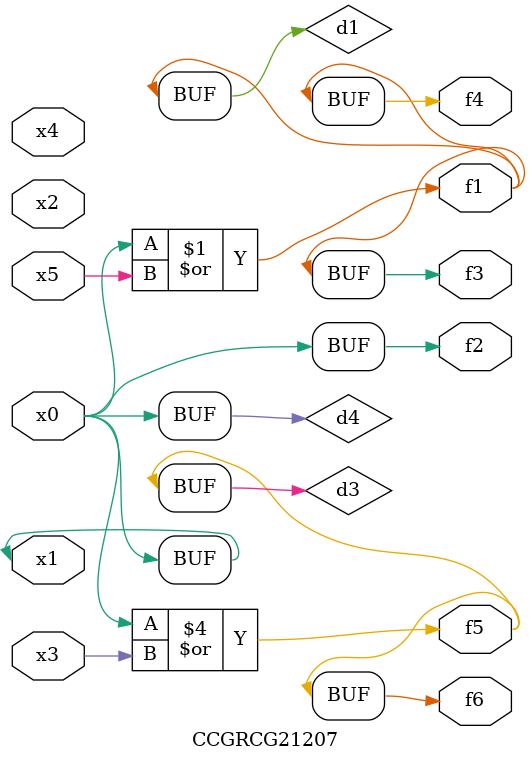
<source format=v>
module CCGRCG21207(
	input x0, x1, x2, x3, x4, x5,
	output f1, f2, f3, f4, f5, f6
);

	wire d1, d2, d3, d4;

	or (d1, x0, x5);
	xnor (d2, x1, x4);
	or (d3, x0, x3);
	buf (d4, x0, x1);
	assign f1 = d1;
	assign f2 = d4;
	assign f3 = d1;
	assign f4 = d1;
	assign f5 = d3;
	assign f6 = d3;
endmodule

</source>
